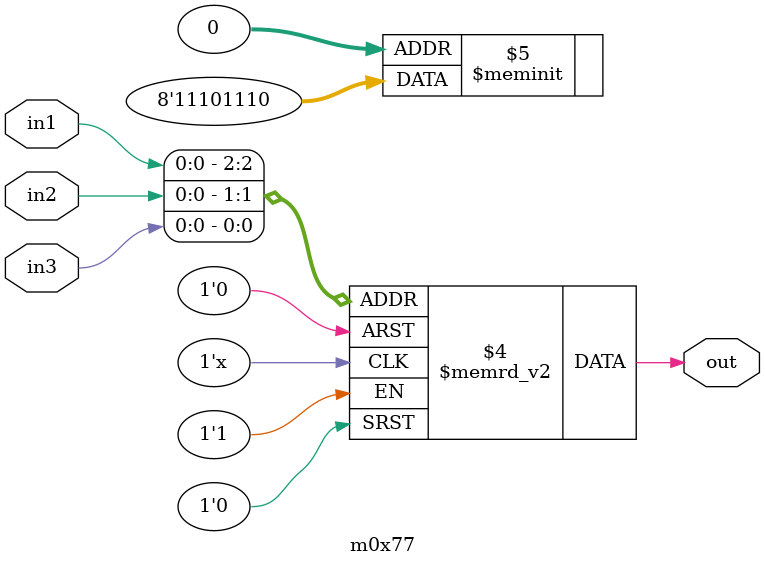
<source format=v>
module m0x77(output out, input in1, in2, in3);

   always @(in1, in2, in3)
     begin
        case({in1, in2, in3})
          3'b000: {out} = 1'b0;
          3'b001: {out} = 1'b1;
          3'b010: {out} = 1'b1;
          3'b011: {out} = 1'b1;
          3'b100: {out} = 1'b0;
          3'b101: {out} = 1'b1;
          3'b110: {out} = 1'b1;
          3'b111: {out} = 1'b1;
        endcase // case ({in1, in2, in3})
     end // always @ (in1, in2, in3)

endmodule // m0x77
</source>
